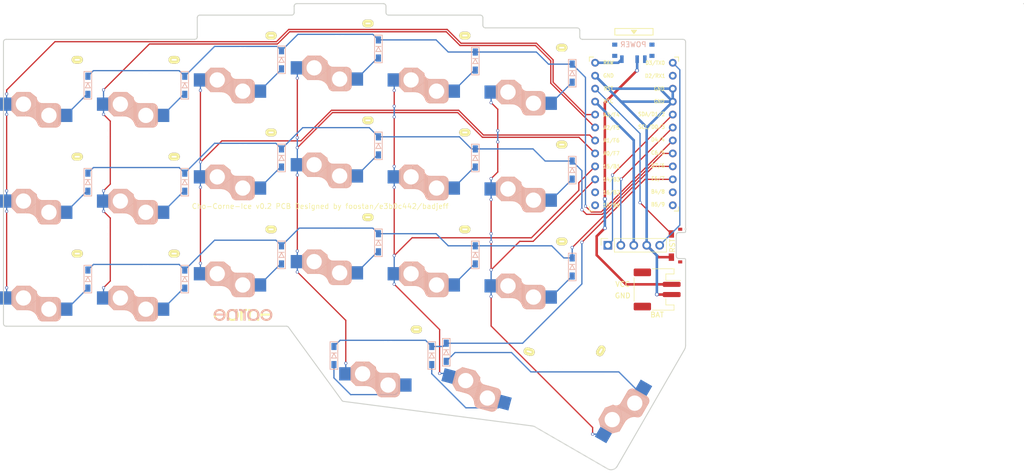
<source format=kicad_pcb>
(kicad_pcb (version 20221018) (generator pcbnew)
  (title_block (title "Cho-Corne-Ice") (date "2022-11-18") (rev "v0.2") (company "foostan/e3b0c442"))
  (layers (0 "F.Cu" signal) (31 "B.Cu" signal) (34 "B.Paste" user) (35 "F.Paste" user) (36 "B.SilkS" user "B.Silkscreen") (37 "F.SilkS" user "F.Silkscreen") (38 "B.Mask" user) (39 "F.Mask" user) (44 "Edge.Cuts" user))
  (net 0 "")
  (net 1 "row0")
  (net 2 "Net-(D1-Pad2)")
  (net 3 "row1")
  (net 4 "Net-(D2-Pad2)")
  (net 5 "row2")
  (net 6 "Net-(D3-Pad2)")
  (net 7 "row3")
  (net 8 "Net-(D4-Pad2)")
  (net 9 "Net-(D5-Pad2)")
  (net 10 "Net-(D6-Pad2)")
  (net 11 "Net-(D7-Pad2)")
  (net 12 "Net-(D8-Pad2)")
  (net 13 "Net-(D9-Pad2)")
  (net 14 "Net-(D10-Pad2)")
  (net 15 "Net-(D11-Pad2)")
  (net 16 "Net-(D12-Pad2)")
  (net 17 "Net-(D13-Pad2)")
  (net 18 "Net-(D14-Pad2)")
  (net 19 "Net-(D15-Pad2)")
  (net 20 "Net-(D16-Pad2)")
  (net 21 "Net-(D17-Pad2)")
  (net 22 "Net-(D18-Pad2)")
  (net 23 "Net-(D19-Pad2)")
  (net 24 "Net-(D20-Pad2)")
  (net 25 "Net-(D21-Pad2)")
  (net 26 "GND")
  (net 27 "VCC")
  (net 28 "col0")
  (net 29 "col1")
  (net 30 "col2")
  (net 31 "col3")
  (net 32 "col4")
  (net 33 "col5")
  (net 34 "RAW")
  (net 35 "reset")
  (net 41 "MOSI")
  (net 42 "SCK")
  (net 43 "CS")
  (net 45 "Net-(J1-Pad1)")
  (footprint "keeblib:alps_sksn" (layer "F.Cu") (at 144.7325 67.205 90)
    (fp_text reference "RSW1" hide)
    (fp_text value "RST")
  )
  (footprint "kbd:ChocV1_V2_Hotswap" (layer "F.Cu") (at 39.1075 35.78)
    (fp_text reference "SW2" hide)
    (fp_text value "SW_PUSH" hide)
  )
  (footprint "kbd:ChocV1_V2_Hotswap" (layer "F.Cu") (at 58.1075 31.03)
    (fp_text reference "SW3" hide)
    (fp_text value "SW_PUSH" hide)
  )
  (footprint "kbd:ChocV1_V2_Hotswap" (layer "F.Cu") (at 77.1075 28.655)
    (fp_text reference "SW4" hide)
    (fp_text value "SW_PUSH" hide)
  )
  (footprint "kbd:ChocV1_V2_Hotswap" (layer "F.Cu") (at 96.1075 31.03)
    (fp_text reference "SW5" hide)
    (fp_text value "SW_PUSH" hide)
  )
  (footprint "kbd:ChocV1_V2_Hotswap" (layer "F.Cu") (at 20.1075 54.78)
    (fp_text reference "SW7" hide)
    (fp_text value "SW_PUSH" hide)
  )
  (footprint "kbd:ChocV1_V2_Hotswap" (layer "F.Cu") (at 39.1075 54.78)
    (fp_text reference "SW8" hide)
    (fp_text value "SW_PUSH" hide)
  )
  (footprint "kbd:ChocV1_V2_Hotswap" (layer "F.Cu") (at 58.1075 50.03)
    (fp_text reference "SW9" hide)
    (fp_text value "SW_PUSH" hide)
  )
  (footprint "kbd:ChocV1_V2_Hotswap" (layer "F.Cu") (at 77.1075 47.655)
    (fp_text reference "SW10" hide)
    (fp_text value "SW_PUSH" hide)
  )
  (footprint "kbd:ChocV1_V2_Hotswap" (layer "F.Cu") (at 96.1075 50.03)
    (fp_text reference "SW11" hide)
    (fp_text value "SW_PUSH" hide)
  )
  (footprint "kbd:ChocV1_V2_Hotswap" (layer "F.Cu") (at 115.1075 52.405)
    (fp_text reference "SW12" hide)
    (fp_text value "SW_PUSH" hide)
  )
  (footprint "kbd:ChocV1_V2_Hotswap" (layer "F.Cu") (at 20.1075 73.78)
    (fp_text reference "SW13" hide)
    (fp_text value "SW_PUSH" hide)
  )
  (footprint "kbd:ChocV1_V2_Hotswap" (layer "F.Cu") (at 39.1075 73.78)
    (fp_text reference "SW14" hide)
    (fp_text value "SW_PUSH" hide)
  )
  (footprint "kbd:ChocV1_V2_Hotswap" (layer "F.Cu") (at 58.1075 69.03)
    (fp_text reference "SW15" hide)
    (fp_text value "SW_PUSH" hide)
  )
  (footprint "kbd:ChocV1_V2_Hotswap" (layer "F.Cu") (at 77.1075 66.655)
    (fp_text reference "SW16" hide)
    (fp_text value "SW_PUSH" hide)
  )
  (footprint "kbd:ChocV1_V2_Hotswap" (layer "F.Cu") (at 96.1075 69.03)
    (fp_text reference "SW17" hide)
    (fp_text value "SW_PUSH" hide)
  )
  (footprint "kbd:ChocV1_V2_Hotswap" (layer "F.Cu") (at 115.1075 71.405)
    (fp_text reference "SW18" hide)
    (fp_text value "SW_PUSH" hide)
  )
  (footprint "kbd:ChocV1_V2_Hotswap" (layer "F.Cu") (at 86.6075 88.655)
    (fp_text reference "SW19" hide)
    (fp_text value "SW_PUSH" hide)
  )
  (footprint "kbd:ChocV1_V2_Hotswap" (layer "F.Cu") (at 107.6075 91.405 -15)
    (fp_text reference "SW20" hide)
    (fp_text value "SW_PUSH" hide)
  )
  (footprint "kbd:ChocV1_V2_Hotswap_1.5u" (layer "F.Cu") (at 129.8575 95.155 60)
    (fp_text reference "SW21" hide)
    (fp_text value "SW_PUSH" hide)
  )
  (footprint "kbd:ChocV1_V2_Hotswap" (layer "F.Cu") (at 20.1075 35.78)
    (fp_text reference "SW1" hide)
    (fp_text value "SW_PUSH" hide)
  )
  (footprint "kbd:M2_HOLE_v2" (layer "F.Cu") (at 105.5755 41.7655)
    (fp_text reference "Ref**" hide)
    (fp_text value "Val**" hide)
  )
  (footprint "kbd:M2_HOLE_v2" (layer "F.Cu") (at 72.7645 81.5205)
    (fp_text reference "Ref**" hide)
    (fp_text value "Val**" hide)
  )
  (footprint "kbd:M2_HOLE_v2" (layer "F.Cu") (at 119.3305 89.135)
    (fp_text reference "Ref**" hide)
    (fp_text value "Val**" hide)
  )
  (footprint "kbd:M2_HOLE_v2" (layer "F.Cu") (at 127.8695 74.254)
    (fp_text reference "Ref**" hide)
    (fp_text value "Val**" hide)
  )
  (footprint "kbd:M2_HOLE_v2" (layer "F.Cu") (at 142.3015 82.775)
    (fp_text reference "Ref**" hide)
    (fp_text value "Val**" hide)
  )
  (footprint "kbd:ChocV1_V2_Hotswap" (layer "F.Cu") (at 115.1075 33.405)
    (fp_text reference "SW6" hide)
    (fp_text value "SW_PUSH" hide)
  )
  (footprint "kbd:M2_HOLE_v2" (layer "F.Cu") (at 27.5195 54.1395)
    (fp_text reference "Ref**" hide)
    (fp_text value "Val**" hide)
  )
  (footprint "kbd:M2_HOLE_v2" (layer "F.Cu") (at 29.6075 45.28)
    (fp_text reference "Ref**" hide)
    (fp_text value "Val**" hide)
  )
  (footprint "kbd:corne-logo-horizontal" (layer "F.Cu") (at 58.2675 80.89)
    (fp_text reference "G***" hide)
    (fp_text value "LOGO" hide)
  )
  (footprint "Connector_JST:JST_PH_S2B-PH-SM4-TB_1x02-1MP_P2.00mm_Horizontal" (layer "F.Cu") (at 139.3605 75.812 -90)
    (fp_text reference "J1" hide)
    (fp_text value "BAT")
  )
  (footprint "Connector_PinSocket_2.54mm:PinSocket_1x05_P2.54mm_Vertical" (layer "F.Cu") (at 129.6985 67.151 90)
    (fp_text reference "J2" hide)
    (fp_text value "nice!view" hide)
  )
  (footprint "kbd:ProMicro_v3" (layer "F.Cu") (at 134.8125 45.84)
    (fp_text reference "U1" hide)
    (fp_text value "nice!nano" hide)
  )
  (footprint "kbd:D3_SMD_v2" (layer "B.Cu") (at 27.7345 35.776875 -90)
    (fp_text reference "D1" hide)
    (fp_text value "D" hide)
  )
  (footprint "kbd:D3_SMD_v2" (layer "B.Cu") (at 46.7345 35.78 -90)
    (fp_text reference "D2" hide)
    (fp_text value "D" hide)
  )
  (footprint "kbd:D3_SMD_v2" (layer "B.Cu") (at 65.7075 30.78 -90)
    (fp_text reference "D3" hide)
    (fp_text value "D" hide)
  )
  (footprint "kbd:D3_SMD_v2" (layer "B.Cu") (at 84.7075 28.655 -90)
    (fp_text reference "D4" hide)
    (fp_text value "D" hide)
  )
  (footprint "kbd:D3_SMD_v2" (layer "B.Cu") (at 103.7075 31.03 -90)
    (fp_text reference "D5" hide)
    (fp_text value "D" hide)
  )
  (footprint "kbd:D3_SMD_v2" (layer "B.Cu") (at 122.7075 33.405 -90)
    (fp_text reference "D6" hide)
    (fp_text value "D" hide)
  )
  (footprint "kbd:D3_SMD_v2" (layer "B.Cu") (at 27.7345 54.776875 -90)
    (fp_text reference "D7" hide)
    (fp_text value "D" hide)
  )
  (footprint "kbd:D3_SMD_v2" (layer "B.Cu") (at 46.7345 54.78 -90)
    (fp_text reference "D8" hide)
    (fp_text value "D" hide)
  )
  (footprint "kbd:D3_SMD_v2" (layer "B.Cu") (at 65.7075 50.03 -90)
    (fp_text reference "D9" hide)
    (fp_text value "D" hide)
  )
  (footprint "kbd:D3_SMD_v2" (layer "B.Cu") (at 84.7075 47.655 -90)
    (fp_text reference "D10" hide)
    (fp_text value "D" hide)
  )
  (footprint "kbd:D3_SMD_v2" (layer "B.Cu") (at 103.7075 50.03 -90)
    (fp_text reference "D11" hide)
    (fp_text value "D" hide)
  )
  (footprint "kbd:D3_SMD_v2" (layer "B.Cu") (at 122.7075 52.405 -90)
    (fp_text reference "D12" hide)
    (fp_text value "D" hide)
  )
  (footprint "kbd:D3_SMD_v2" (layer "B.Cu") (at 27.7345 73.776875 -90)
    (fp_text reference "D13" hide)
    (fp_text value "D" hide)
  )
  (footprint "kbd:D3_SMD_v2" (layer "B.Cu") (at 46.7345 73.78 -90)
    (fp_text reference "D14" hide)
    (fp_text value "D" hide)
  )
  (footprint "kbd:D3_SMD_v2" (layer "B.Cu") (at 65.7075 69.03 -90)
    (fp_text reference "D15" hide)
    (fp_text value "D" hide)
  )
  (footprint "kbd:D3_SMD_v2" (layer "B.Cu") (at 84.7075 66.655 -90)
    (fp_text reference "D16" hide)
    (fp_text value "D" hide)
  )
  (footprint "kbd:D3_SMD_v2" (layer "B.Cu") (at 103.7075 69.03 -90)
    (fp_text reference "D17" hide)
    (fp_text value "D" hide)
  )
  (footprint "kbd:D3_SMD_v2" (layer "B.Cu") (at 122.7075 71.405 -90)
    (fp_text reference "D18" hide)
    (fp_text value "D" hide)
  )
  (footprint "kbd:D3_SMD_v2" (layer "B.Cu") (at 75.9875 88.766 -90)
    (fp_text reference "D19" hide)
    (fp_text value "D" hide)
  )
  (footprint "kbd:D3_SMD_v2" (layer "B.Cu") (at 95.1645 88.765 -90)
    (fp_text reference "D20" hide)
    (fp_text value "D" hide)
  )
  (footprint "kbd:D3_SMD_v2" (layer "B.Cu") (at 98.0075 88.131 -90)
    (fp_text reference "D21" hide)
    (fp_text value "D" hide)
  )
  (footprint "kbd:corne-logo-horizontal" (layer "B.Cu") (at 58.0375 80.89 180)
    (fp_text reference "G***" hide)
    (fp_text value "LOGO" hide)
  )
  (footprint "keeblib:switch_SSSS811101" (layer "B.Cu") (at 134.693787 28.91)
    (fp_text reference "PSW1" hide)
    (fp_text value "POWER")
  )
  (gr_curve (pts (xy 211.204467 19.778068) (xy 211.204467 19.778068) (xy 211.204467 19.778068) (xy 211.204467 19.778068)) (stroke (width 0.2)) (layer "Edge.Cuts"))
  (gr_line (start 11.690499 83.020073) (end 66.690339 83.020073) (stroke (width 0.2)) (layer "Edge.Cuts"))
  (gr_line (start 49.690384 22.020252) (end 67.690335 22.020252) (stroke (width 0.2)) (layer "Edge.Cuts"))
  (gr_curve (pts (xy 124.69017 26.770301) (xy 124.69025 26.770301) (xy 124.690329 26.770301) (xy 124.690408 26.770301)) (stroke (width 0.2)) (layer "Edge.Cuts"))
  (gr_curve (pts (xy 124.190287 26.270179) (xy 124.190227 26.54632) (xy 124.414025 26.770231) (xy 124.69017 26.770301)) (stroke (width 0.2)) (layer "Edge.Cuts"))
  (gr_line (start 67.043905 83.166629) (end 77.586929 97.623789) (stroke (width 0.2)) (layer "Edge.Cuts"))
  (gr_line (start 77.940494 97.770087) (end 114.610944 102.54046) (stroke (width 0.2)) (layer "Edge.Cuts"))
  (gr_curve (pts (xy 129.559583 110.931084) (xy 130.194682 111.359153) (xy 131.056535 111.191314) (xy 131.484604 110.556226)) (stroke (width 0.2)) (layer "Edge.Cuts"))
  (gr_curve (pts (xy 131.484604 110.556226) (xy 131.485636 110.554688) (xy 131.486668 110.55315) (xy 131.4877 110.551612)) (stroke (width 0.2)) (layer "Edge.Cuts"))
  (gr_line (start 131.4877 110.551612) (end 144.713724 87.619245) (stroke (width 0.2)) (layer "Edge.Cuts"))
  (gr_curve (pts (xy 105.190351 24.020247) (xy 105.190421 24.296388) (xy 105.414328 24.52019) (xy 105.690473 24.520121)) (stroke (width 0.2)) (layer "Edge.Cuts"))
  (gr_curve (pts (xy 105.190351 22.520126) (xy 105.190282 22.24408) (xy 104.966524 22.020322) (xy 104.690478 22.020252)) (stroke (width 0.2)) (layer "Edge.Cuts"))
  (gr_curve (pts (xy 86.69028 22.020252) (xy 86.690359 22.020252) (xy 86.690448 22.020252) (xy 86.690528 22.020252)) (stroke (width 0.2)) (layer "Edge.Cuts"))
  (gr_curve (pts (xy 86.190406 21.520126) (xy 86.190337 21.796266) (xy 86.414134 22.020183) (xy 86.69028 22.020252)) (stroke (width 0.2)) (layer "Edge.Cuts"))
  (gr_curve (pts (xy 85.690533 19.770068) (xy 85.690533 19.770068) (xy 85.690533 19.770068) (xy 85.690533 19.770068)) (stroke (width 0.2)) (layer "Edge.Cuts"))
  (gr_curve (pts (xy 86.190406 20.270194) (xy 86.190476 19.994054) (xy 85.966678 19.770137) (xy 85.690533 19.770068)) (stroke (width 0.2)) (layer "Edge.Cuts"))
  (gr_curve (pts (xy 68.190456 20.270189) (xy 68.190456 20.270194) (xy 68.190456 20.270194) (xy 68.190456 20.270194)) (stroke (width 0.2)) (layer "Edge.Cuts"))
  (gr_curve (pts (xy 68.69033 19.770068) (xy 68.414184 19.770137) (xy 68.190387 19.994049) (xy 68.190456 20.270189)) (stroke (width 0.2)) (layer "Edge.Cuts"))
  (gr_curve (pts (xy 68.190456 21.520379) (xy 68.190456 21.520295) (xy 68.190456 21.52021) (xy 68.190456 21.520126)) (stroke (width 0.2)) (layer "Edge.Cuts"))
  (gr_curve (pts (xy 67.690335 22.020252) (xy 67.96648 22.020322) (xy 68.190387 21.796519) (xy 68.190456 21.520379)) (stroke (width 0.2)) (layer "Edge.Cuts"))
  (gr_curve (pts (xy 49.690384 22.020252) (xy 49.414338 22.020322) (xy 49.19058 22.24408) (xy 49.190511 22.520126)) (stroke (width 0.2)) (layer "Edge.Cuts"))
  (gr_curve (pts (xy 49.190511 26.270427) (xy 49.190511 26.270343) (xy 49.190511 26.270264) (xy 49.190511 26.270179)) (stroke (width 0.2)) (layer "Edge.Cuts"))
  (gr_curve (pts (xy 48.690389 26.770301) (xy 48.966535 26.77037) (xy 49.190441 26.546568) (xy 49.190511 26.270427)) (stroke (width 0.2)) (layer "Edge.Cuts"))
  (gr_curve (pts (xy 11.190372 27.270169) (xy 11.190372 27.270174) (xy 11.190372 27.270174) (xy 11.190372 27.270174)) (stroke (width 0.2)) (layer "Edge.Cuts"))
  (gr_curve (pts (xy 11.690499 26.770301) (xy 11.414358 26.770231) (xy 11.190442 26.994029) (xy 11.190372 27.270169)) (stroke (width 0.2)) (layer "Edge.Cuts"))
  (gr_curve (pts (xy 11.690494 83.020073) (xy 11.690499 83.020073) (xy 11.690499 83.020073) (xy 11.690499 83.020073)) (stroke (width 0.2)) (layer "Edge.Cuts"))
  (gr_curve (pts (xy 11.190372 82.5202) (xy 11.190442 82.796345) (xy 11.414353 83.020143) (xy 11.690494 83.020073)) (stroke (width 0.2)) (layer "Edge.Cuts"))
  (gr_line (start 144.439405 26.768525) (end 124.690408 26.770301) (stroke (width 0.2)) (layer "Edge.Cuts"))
  (gr_line (start 68.190456 20.270194) (end 68.18868 21.51835) (stroke (width 0.2)) (layer "Edge.Cuts"))
  (gr_line (start 49.189499 22.519109) (end 49.189499 26.268145) (stroke (width 0.2)) (layer "Edge.Cuts"))
  (gr_curve (pts (xy 124.190287 25.020242) (xy 124.190346 24.744107) (xy 123.966569 24.520195) (xy 123.690423 24.520121)) (stroke (width 0.2)) (layer "Edge.Cuts"))
  (gr_line (start 124.188005 25.018466) (end 124.190287 26.270179) (stroke (width 0.2)) (layer "Edge.Cuts"))
  (gr_line (start 115.2655 102.67) (end 129.559583 110.931084) (stroke (width 0.2)) (layer "Edge.Cuts"))
  (gr_line (start 104.688444 22.018729) (end 86.69028 22.020252) (stroke (width 0.2)) (layer "Edge.Cuts"))
  (gr_line (start 86.189642 21.51835) (end 86.189642 20.268671) (stroke (width 0.2)) (layer "Edge.Cuts"))
  (gr_line (start 85.689263 19.768292) (end 68.68906 19.768292) (stroke (width 0.2)) (layer "Edge.Cuts"))
  (gr_line (start 48.689119 26.768525) (end 11.690499 26.770301) (stroke (width 0.2)) (layer "Edge.Cuts"))
  (gr_line (start 11.190372 27.270174) (end 11.188596 82.51893) (stroke (width 0.2)) (layer "Edge.Cuts"))
  (gr_line (start 144.939784 27.268904) (end 144.939784 64.5) (stroke (width 0.2)) (layer "Edge.Cuts"))
  (gr_curve (pts (xy 144.9403 27.270174) (xy 144.940241 26.994128) (xy 144.716463 26.770365) (xy 144.440417 26.770301)) (stroke (width 0.2)) (layer "Edge.Cuts"))
  (gr_line (start 123.690165 24.518087) (end 105.689203 24.518087) (stroke (width 0.2)) (layer "Edge.Cuts"))
  (gr_line (start 105.188823 24.017707) (end 105.188823 22.519109) (stroke (width 0.2)) (layer "Edge.Cuts"))
  (gr_curve (pts (xy 144.713209 87.617717) (xy 144.865946 87.352585) (xy 144.944388 87.051178) (xy 144.9403 86.745228)) (stroke (width 0.2)) (layer "Edge.Cuts"))
  (gr_curve (pts (xy 77.586929 97.623789) (xy 77.68072 97.717501) (xy 77.807899 97.770126) (xy 77.940494 97.770087)) (stroke (width 0.2)) (layer "Edge.Cuts"))
  (gr_curve (pts (xy 67.043905 83.166629) (xy 66.950153 83.072818) (xy 66.822965 83.020103) (xy 66.690339 83.020073)) (stroke (width 0.2)) (layer "Edge.Cuts"))
  (gr_curve (pts (xy 115.2655 102.67) (xy 115.05207 102.605557) (xy 114.832837 102.562169) (xy 114.610944 102.54046)) (stroke (width 0.2)) (layer "Edge.Cuts"))
  (gr_arc (start 144.7375 69.755) (mid 144.879921 69.813164) (end 144.9395 69.955) (stroke (width 0.2)) (layer "Edge.Cuts"))
  (gr_line (start 143.6075 69.755) (end 144.7375 69.755) (stroke (width 0.2)) (layer "Edge.Cuts"))
  (gr_arc (start 144.9231 63.9756) (mid 144.9231 63.9756) (end 144.9231 63.9756) (stroke (width 0.2)) (layer "Edge.Cuts"))
  (gr_line (start 143.1075 65.155) (end 143.1075 69.255) (stroke (width 0.2)) (layer "Edge.Cuts"))
  (gr_arc (start 143.6075 69.755) (mid 143.253947 69.608553) (end 143.1075 69.255) (stroke (width 0.2)) (layer "Edge.Cuts"))
  (gr_line (start 144.9395 69.955) (end 144.9403 86.745228) (stroke (width 0.2)) (layer "Edge.Cuts"))
  (gr_line (start 143.6075 64.655) (end 144.7375 64.655) (stroke (width 0.2)) (layer "Edge.Cuts"))
  (gr_arc (start 144.9375 64.455) (mid 144.878921 64.596421) (end 144.7375 64.655) (stroke (width 0.2)) (layer "Edge.Cuts"))
  (gr_arc (start 143.1075 65.155) (mid 143.253947 64.801447) (end 143.6075 64.655) (stroke (width 0.2)) (layer "Edge.Cuts"))
  (gr_text "Cho-Corne-Ice v0.2 PCB Designed by foostan/e3b0c442/badjeff" (at 48.0475 59.5) (layer "F.SilkS") (effects (font (size 1 1) (thickness 0.125)) (justify left)))
  (gr_text "GND" (at 132.6075 77.03) (layer "F.SilkS") (effects (font (size 1 1))))
  (gr_text "VCC" (at 132.6075 74.78) (layer "F.SilkS") (effects (font (size 1 1))))
  (segment (start 128.3959 60.63) (end 126.4575 60.63) (width 0.25) (layer "F.Cu") (net 1))
  (segment (start 142.4239 46.602) (end 128.3959 60.63) (width 0.25) (layer "F.Cu") (net 1))
  (segment (start 126.4575 60.63) (end 125.3075 59.48) (width 0.25) (layer "F.Cu") (net 1))
  (via (at 125.3075 59.48) (size 0.6) (drill 0.4) (layers "F.Cu" "B.Cu") (net 1))
  (segment (start 28.831376 32.904999) (end 27.7345 34.001875) (width 0.25) (layer "B.Cu") (net 1))
  (segment (start 118.0575 31.63) (end 115.6825 29.255) (width 0.25) (layer "B.Cu") (net 1))
  (segment (start 96.023366 26.88) (end 84.7075 26.88) (width 0.25) (layer "B.Cu") (net 1))
  (segment (start 45.634499 32.904999) (end 28.831376 32.904999) (width 0.25) (layer "B.Cu") (net 1))
  (segment (start 125.3075 59.48) (end 125.3075 34.23) (width 0.25) (layer "B.Cu") (net 1))
  (segment (start 68.932501 25.779999) (end 65.7075 29.005) (width 0.25) (layer "B.Cu") (net 1))
  (segment (start 103.7075 29.255) (end 98.398366 29.255) (width 0.25) (layer "B.Cu") (net 1))
  (segment (start 64.857499 28.154999) (end 52.584501 28.154999) (width 0.25) (layer "B.Cu") (net 1))
  (segment (start 83.607499 25.779999) (end 68.932501 25.779999) (width 0.25) (layer "B.Cu") (net 1))
  (segment (start 52.584501 28.154999) (end 46.7345 34.005) (width 0.25) (layer "B.Cu") (net 1))
  (segment (start 65.7075 29.005) (end 64.857499 28.154999) (width 0.25) (layer "B.Cu") (net 1))
  (segment (start 122.7075 31.63) (end 118.0575 31.63) (width 0.25) (layer "B.Cu") (net 1))
  (segment (start 84.7075 26.88) (end 83.607499 25.779999) (width 0.25) (layer "B.Cu") (net 1))
  (segment (start 98.398366 29.255) (end 96.023366 26.88) (width 0.25) (layer "B.Cu") (net 1))
  (segment (start 46.7345 34.005) (end 45.634499 32.904999) (width 0.25) (layer "B.Cu") (net 1))
  (segment (start 115.6825 29.255) (end 103.7075 29.255) (width 0.25) (layer "B.Cu") (net 1))
  (segment (start 125.3075 34.23) (end 122.7075 31.63) (width 0.25) (layer "B.Cu") (net 1))
  (segment (start 27.535625 37.551875) (end 23.4075 41.68) (width 0.25) (layer "B.Cu") (net 2))
  (segment (start 27.7345 37.551875) (end 27.535625 37.551875) (width 0.25) (layer "B.Cu") (net 2))
  (segment (start 124.6075 60.18) (end 125.5075 61.08) (width 0.25) (layer "F.Cu") (net 3))
  (segment (start 128.582296 61.08) (end 140.520296 49.142) (width 0.25) (layer "F.Cu") (net 3))
  (segment (start 140.520296 49.142) (end 142.4239 49.142) (width 0.25) (layer "F.Cu") (net 3))
  (segment (start 125.5075 61.08) (end 128.582296 61.08) (width 0.25) (layer "F.Cu") (net 3))
  (via (at 124.6075 60.18) (size 0.6) (drill 0.4) (layers "F.Cu" "B.Cu") (net 3))
  (segment (start 124.6075 60.18) (end 124.6075 52.53) (width 0.25) (layer "B.Cu") (net 3))
  (segment (start 117.398366 50.63) (end 115.023366 48.255) (width 0.25) (layer "B.Cu") (net 3))
  (segment (start 65.7075 48.255) (end 64.607499 47.154999) (width 0.25) (layer "B.Cu") (net 3))
  (segment (start 84.7075 45.88) (end 82.9075 44.08) (width 0.25) (layer "B.Cu") (net 3))
  (segment (start 64.607499 47.154999) (end 52.584501 47.154999) (width 0.25) (layer "B.Cu") (net 3))
  (segment (start 102.9575 48.255) (end 100.5825 45.88) (width 0.25) (layer "B.Cu") (net 3))
  (segment (start 115.023366 48.255) (end 103.7075 48.255) (width 0.25) (layer "B.Cu") (net 3))
  (segment (start 100.5825 45.88) (end 84.7075 45.88) (width 0.25) (layer "B.Cu") (net 3))
  (segment (start 46.7345 53.005) (end 45.634499 51.904999) (width 0.25) (layer "B.Cu") (net 3))
  (segment (start 52.584501 47.154999) (end 46.7345 53.005) (width 0.25) (layer "B.Cu") (net 3))
  (segment (start 45.634499 51.904999) (end 28.831376 51.904999) (width 0.25) (layer "B.Cu") (net 3))
  (segment (start 69.8825 44.08) (end 65.7075 48.255) (width 0.25) (layer "B.Cu") (net 3))
  (segment (start 122.7075 50.63) (end 117.398366 50.63) (width 0.25) (layer "B.Cu") (net 3))
  (segment (start 28.831376 51.904999) (end 27.7345 53.001875) (width 0.25) (layer "B.Cu") (net 3))
  (segment (start 124.6075 52.53) (end 122.7075 50.63) (width 0.25) (layer "B.Cu") (net 3))
  (segment (start 82.9075 44.08) (end 69.8825 44.08) (width 0.25) (layer "B.Cu") (net 3))
  (segment (start 103.7075 48.255) (end 102.9575 48.255) (width 0.25) (layer "B.Cu") (net 3))
  (segment (start 46.5325 37.555) (end 42.4075 41.68) (width 0.25) (layer "B.Cu") (net 4))
  (segment (start 46.7345 37.555) (end 46.5325 37.555) (width 0.25) (layer "B.Cu") (net 4))
  (segment (start 122.718692 67.58) (end 138.616692 51.682) (width 0.25) (layer "F.Cu") (net 5))
  (segment (start 138.616692 51.682) (end 142.4239 51.682) (width 0.25) (layer "F.Cu") (net 5))
  (segment (start 122.7075 67.58) (end 122.718692 67.58) (width 0.25) (layer "F.Cu") (net 5))
  (via (at 122.7075 67.58) (size 0.6) (drill 0.4) (layers "F.Cu" "B.Cu") (net 5))
  (segment (start 45.634499 70.904999) (end 28.831376 70.904999) (width 0.25) (layer "B.Cu") (net 5))
  (segment (start 118.6825 67.255) (end 103.7075 67.255) (width 0.25) (layer "B.Cu") (net 5))
  (segment (start 84.7075 64.88) (end 83.607499 63.779999) (width 0.25) (layer "B.Cu") (net 5))
  (segment (start 121.0575 69.63) (end 118.6825 67.255) (width 0.25) (layer "B.Cu") (net 5))
  (segment (start 103.7075 67.255) (end 98.398366 67.255) (width 0.25) (layer "B.Cu") (net 5))
  (segment (start 64.607499 66.154999) (end 52.584501 66.154999) (width 0.25) (layer "B.Cu") (net 5))
  (segment (start 122.7075 67.58) (end 122.7075 69.63) (width 0.25) (layer "B.Cu") (net 5))
  (segment (start 69.182501 63.779999) (end 65.7075 67.255) (width 0.25) (layer "B.Cu") (net 5))
  (segment (start 28.831376 70.904999) (end 27.7345 72.001875) (width 0.25) (layer "B.Cu") (net 5))
  (segment (start 83.607499 63.779999) (end 69.182501 63.779999) (width 0.25) (layer "B.Cu") (net 5))
  (segment (start 96.023366 64.88) (end 84.7075 64.88) (width 0.25) (layer "B.Cu") (net 5))
  (segment (start 122.7075 69.63) (end 121.0575 69.63) (width 0.25) (layer "B.Cu") (net 5))
  (segment (start 65.7075 67.255) (end 64.607499 66.154999) (width 0.25) (layer "B.Cu") (net 5))
  (segment (start 46.7345 72.005) (end 45.634499 70.904999) (width 0.25) (layer "B.Cu") (net 5))
  (segment (start 52.584501 66.154999) (end 46.7345 72.005) (width 0.25) (layer "B.Cu") (net 5))
  (segment (start 98.398366 67.255) (end 96.023366 64.88) (width 0.25) (layer "B.Cu") (net 5))
  (segment (start 65.7075 32.555) (end 65.7075 32.63) (width 0.25) (layer "B.Cu") (net 6))
  (segment (start 65.7075 32.63) (end 61.4075 36.93) (width 0.25) (layer "B.Cu") (net 6))
  (segment (start 136.9655 54.222) (end 142.4239 54.222) (width 0.25) (layer "F.Cu") (net 7))
  (segment (start 124.604685 66.577185) (end 124.610315 66.577185) (width 0.25) (layer "F.Cu") (net 7))
  (segment (start 124.610315 66.577185) (end 136.9655 54.222) (width 0.25) (layer "F.Cu") (net 7))
  (via (at 124.604685 66.577185) (size 0.6) (drill 0.4) (layers "F.Cu" "B.Cu") (net 7))
  (segment (start 124.6075 66.58) (end 124.6075 74.73) (width 0.25) (layer "B.Cu") (net 7))
  (segment (start 95.1645 86.99) (end 97.3735 86.99) (width 0.25) (layer "B.Cu") (net 7))
  (segment (start 75.9875 86.991) (end 77.198501 85.779999) (width 0.25) (layer "B.Cu") (net 7))
  (segment (start 124.604685 66.577185) (end 124.6075 66.58) (width 0.25) (layer "B.Cu") (net 7))
  (segment (start 93.954499 85.779999) (end 95.1645 86.99) (width 0.25) (layer "B.Cu") (net 7))
  (segment (start 112.9815 86.356) (end 98.0075 86.356) (width 0.25) (layer "B.Cu") (net 7))
  (segment (start 77.198501 85.779999) (end 93.954499 85.779999) (width 0.25) (layer "B.Cu") (net 7))
  (segment (start 124.6075 74.73) (end 112.9815 86.356) (width 0.25) (layer "B.Cu") (net 7))
  (segment (start 97.3735 86.99) (end 98.0075 86.356) (width 0.25) (layer "B.Cu") (net 7))
  (segment (start 84.5325 30.43) (end 80.4075 34.555) (width 0.25) (layer "B.Cu") (net 8))
  (segment (start 84.7075 30.43) (end 84.5325 30.43) (width 0.25) (layer "B.Cu") (net 8))
  (segment (start 103.7075 32.805) (end 103.5325 32.805) (width 0.25) (layer "B.Cu") (net 9))
  (segment (start 103.5325 32.805) (end 99.4075 36.93) (width 0.25) (layer "B.Cu") (net 9))
  (segment (start 122.7075 35.18) (end 118.5825 39.305) (width 0.25) (layer "B.Cu") (net 10))
  (segment (start 118.5825 39.305) (end 118.4075 39.305) (width 0.25) (layer "B.Cu") (net 10))
  (segment (start 27.7345 56.551875) (end 27.535625 56.551875) (width 0.25) (layer "B.Cu") (net 11))
  (segment (start 27.535625 56.551875) (end 23.4075 60.68) (width 0.25) (layer "B.Cu") (net 11))
  (segment (start 46.7345 56.555) (end 46.5325 56.555) (width 0.25) (layer "B.Cu") (net 12))
  (segment (start 46.5325 56.555) (end 42.4075 60.68) (width 0.25) (layer "B.Cu") (net 12))
  (segment (start 65.7075 51.805) (end 65.5325 51.805) (width 0.25) (layer "B.Cu") (net 13))
  (segment (start 65.5325 51.805) (end 61.4075 55.93) (width 0.25) (layer "B.Cu") (net 13))
  (segment (start 84.5325 49.43) (end 80.4075 53.555) (width 0.25) (layer "B.Cu") (net 14))
  (segment (start 84.7075 49.43) (end 84.5325 49.43) (width 0.25) (layer "B.Cu") (net 14))
  (segment (start 103.7075 51.805) (end 103.5325 51.805) (width 0.25) (layer "B.Cu") (net 15))
  (segment (start 103.5325 51.805) (end 99.4075 55.93) (width 0.25) (layer "B.Cu") (net 15))
  (segment (start 122.7075 54.18) (end 118.5825 58.305) (width 0.25) (layer "B.Cu") (net 16))
  (segment (start 118.5825 58.305) (end 118.4075 58.305) (width 0.25) (layer "B.Cu") (net 16))
  (segment (start 23.606375 79.68) (end 23.4075 79.68) (width 0.25) (layer "B.Cu") (net 17))
  (segment (start 27.7345 75.551875) (end 23.606375 79.68) (width 0.25) (layer "B.Cu") (net 17))
  (segment (start 46.7345 75.555) (end 46.5325 75.555) (width 0.25) (layer "B.Cu") (net 18))
  (segment (start 46.5325 75.555) (end 42.4075 79.68) (width 0.25) (layer "B.Cu") (net 18))
  (segment (start 65.5325 70.805) (end 61.4075 74.93) (width 0.25) (layer "B.Cu") (net 19))
  (segment (start 65.7075 70.805) (end 65.5325 70.805) (width 0.25) (layer "B.Cu") (net 19))
  (segment (start 84.5325 68.43) (end 80.4075 72.555) (width 0.25) (layer "B.Cu") (net 20))
  (segment (start 84.7075 68.43) (end 84.5325 68.43) (width 0.25) (layer "B.Cu") (net 20))
  (segment (start 103.7075 70.805) (end 103.5325 70.805) (width 0.25) (layer "B.Cu") (net 21))
  (segment (start 103.5325 70.805) (end 99.4075 74.93) (width 0.25) (layer "B.Cu") (net 21))
  (segment (start 122.7075 73.18) (end 118.5825 77.305) (width 0.25) (layer "B.Cu") (net 22))
  (segment (start 118.5825 77.305) (end 118.4075 77.305) (width 0.25) (layer "B.Cu") (net 22))
  (segment (start 88.032499 96.430001) (end 79.257501 96.430001) (width 0.25) (layer "B.Cu") (net 23))
  (segment (start 79.257501 96.430001) (end 75.9875 93.16) (width 0.25) (layer "B.Cu") (net 23))
  (segment (start 75.9875 93.16) (end 75.9875 90.541) (width 0.25) (layer "B.Cu") (net 23))
  (segment (start 89.9075 94.555) (end 88.032499 96.430001) (width 0.25) (layer "B.Cu") (net 23))
  (segment (start 101.847011 99.019511) (end 95.1645 92.337) (width 0.25) (layer "B.Cu") (net 24))
  (segment (start 108.206577 99.019511) (end 101.847011 99.019511) (width 0.25) (layer "B.Cu") (net 24))
  (segment (start 95.1645 92.337) (end 95.1645 90.54) (width 0.25) (layer "B.Cu") (net 24))
  (segment (start 109.268023 97.958065) (end 108.206577 99.019511) (width 0.25) (layer "B.Cu") (net 24))
  (segment (start 136.61705 95.247116) (end 135.115939 95.247116) (width 0.25) (layer "B.Cu") (net 25))
  (segment (start 135.115939 95.247116) (end 131.848823 91.98) (width 0.25) (layer "B.Cu") (net 25))
  (segment (start 110.8075 88.18) (end 99.7335 88.18) (width 0.25) (layer "B.Cu") (net 25))
  (segment (start 99.7335 88.18) (end 98.0075 89.906) (width 0.25) (layer "B.Cu") (net 25))
  (segment (start 131.848823 91.98) (end 114.6075 91.98) (width 0.25) (layer "B.Cu") (net 25))
  (segment (start 114.6075 91.98) (end 110.8075 88.18) (width 0.25) (layer "B.Cu") (net 25))
  (segment (start 139.3395 76.812) (end 139.3075 76.78) (width 0.5) (layer "F.Cu") (net 26))
  (segment (start 139.6475 69.48) (end 137.3185 67.151) (width 0.5) (layer "F.Cu") (net 26))
  (segment (start 142.1575 69.48) (end 139.6475 69.48) (width 0.5) (layer "F.Cu") (net 26))
  (segment (start 142.2105 76.812) (end 139.3395 76.812) (width 0.5) (layer "F.Cu") (net 26))
  (via (at 139.3075 76.78) (size 0.75) (drill 0.5) (layers "F.Cu" "B.Cu") (net 26))
  (segment (start 137.3075 44.0056) (end 137.4003 44.0056) (width 0.5) (layer "B.Cu") (net 26))
  (segment (start 142.4239 38.982) (end 139.8839 36.442) (width 0.5) (layer "B.Cu") (net 26))
  (segment (start 132.2839 38.982) (end 142.4239 38.982) (width 0.5) (layer "B.Cu") (net 26))
  (segment (start 139.3075 69.14) (end 137.3185 67.151) (width 0.5) (layer "B.Cu") (net 26))
  (segment (start 137.3075 67.14) (end 137.3075 44.0056) (width 0.5) (layer "B.Cu") (net 26))
  (segment (start 129.7439 36.442) (end 139.1695 36.442) (width 0.5) (layer "B.Cu") (net 26))
  (segment (start 139.1695 36.442) (end 142.4239 36.442) (width 0.5) (layer "B.Cu") (net 26))
  (segment (start 127.2039 33.902) (end 132.2839 38.982) (width 0.5) (layer "B.Cu") (net 26))
  (segment (start 137.3075 44.0056) (end 132.2839 38.982) (width 0.5) (layer "B.Cu") (net 26))
  (segment (start 137.3185 67.151) (end 137.3075 67.14) (width 0.5) (layer "B.Cu") (net 26))
  (segment (start 139.8839 36.442) (end 139.1695 36.442) (width 0.5) (layer "B.Cu") (net 26))
  (segment (start 139.3075 76.78) (end 139.3075 69.14) (width 0.5) (layer "B.Cu") (net 26))
  (segment (start 137.4003 44.0056) (end 142.4239 38.982) (width 0.5) (layer "B.Cu") (net 26))
  (segment (start 142.4239 38.982) (end 142.4239 36.442) (width 0.5) (layer "B.Cu") (net 26))
  (segment (start 127.2039 33.902) (end 129.7439 36.442) (width 0.5) (layer "B.Cu") (net 26))
  (segment (start 134.7785 67.151) (end 134.7785 46.5566) (width 0.5) (layer "B.Cu") (net 27))
  (segment (start 134.7785 46.5566) (end 127.2039 38.982) (width 0.5) (layer "B.Cu") (net 27))
  (segment (start 98.193896 24.83) (end 67.121104 24.83) (width 0.25) (layer "F.Cu") (net 28))
  (segment (start 11.8075 60.48) (end 11.8075 75.48) (width 0.25) (layer "F.Cu") (net 28))
  (segment (start 118.9575 35.179204) (end 118.9575 30.793604) (width 0.25) (layer "F.Cu") (net 28))
  (segment (start 11.8075 36.706165) (end 11.8075 37.48) (width 0.25) (layer "F.Cu") (net 28))
  (segment (start 118.9575 30.793604) (end 115.693896 27.53) (width 0.25) (layer "F.Cu") (net 28))
  (segment (start 11.8075 41.48) (end 11.8075 56.48) (width 0.25) (layer "F.Cu") (net 28))
  (segment (start 21.283665 27.23) (end 11.8075 36.706165) (width 0.25) (layer "F.Cu") (net 28))
  (segment (start 64.721104 27.23) (end 21.283665 27.23) (width 0.25) (layer "F.Cu") (net 28))
  (segment (start 67.121104 24.83) (end 64.721104 27.23) (width 0.25) (layer "F.Cu") (net 28))
  (segment (start 127.2039 41.522) (end 125.300296 41.522) (width 0.25) (layer "F.Cu") (net 28))
  (segment (start 115.693896 27.53) (end 100.893896 27.53) (width 0.25) (layer "F.Cu") (net 28))
  (segment (start 125.300296 41.522) (end 118.9575 35.179204) (width 0.25) (layer "F.Cu") (net 28))
  (segment (start 100.893896 27.53) (end 98.193896 24.83) (width 0.25) (layer "F.Cu") (net 28))
  (via (at 11.8075 37.48) (size 0.6) (drill 0.4) (layers "F.Cu" "B.Cu") (net 28))
  (via (at 11.8075 41.48) (size 0.6) (drill 0.4) (layers "F.Cu" "B.Cu") (net 28))
  (via (at 11.8075 56.48) (size 0.6) (drill 0.4) (layers "F.Cu" "B.Cu") (net 28))
  (via (at 11.8075 60.48) (size 0.6) (drill 0.4) (layers "F.Cu" "B.Cu") (net 28))
  (via (at 11.8075 75.48) (size 0.6) (drill 0.4) (layers "F.Cu" "B.Cu") (net 28))
  (segment (start 11.8075 39.48) (end 11.8075 41.48) (width 0.25) (layer "B.Cu") (net 28))
  (segment (start 11.8075 37.48) (end 11.8075 39.48) (width 0.25) (layer "B.Cu") (net 28))
  (segment (start 11.8075 58.48) (end 11.8075 60.48) (width 0.25) (layer "B.Cu") (net 28))
  (segment (start 11.8075 75.48) (end 11.8075 77.48) (width 0.25) (layer "B.Cu") (net 28))
  (segment (start 11.8075 56.48) (end 11.8075 58.48) (width 0.25) (layer "B.Cu") (net 28))
  (segment (start 32.132501 74.154999) (end 30.8075 75.48) (width 0.25) (layer "F.Cu") (net 29))
  (segment (start 32.132501 42.805001) (end 32.132501 55.154999) (width 0.25) (layer "F.Cu") (net 29))
  (segment (start 100.7075 27.98) (end 98.0075 25.28) (width 0.25) (layer "F.Cu") (net 29))
  (segment (start 127.2039 44.062) (end 118.5075 35.3656) (width 0.25) (layer "F.Cu") (net 29))
  (segment (start 67.3075 25.28) (end 64.9075 27.68) (width 0.25) (layer "F.Cu") (net 29))
  (segment (start 30.8075 60.48) (end 32.132501 61.805001) (width 0.25) (layer "F.Cu") (net 29))
  (segment (start 32.132501 61.805001) (end 32.132501 74.154999) (width 0.25) (layer "F.Cu") (net 29))
  (segment (start 118.5075 35.3656) (end 118.5075 30.98) (width 0.25) (layer "F.Cu") (net 29))
  (segment (start 118.5075 30.98) (end 115.5075 27.98) (width 0.25) (layer "F.Cu") (net 29))
  (segment (start 115.5075 27.98) (end 100.7075 27.98) (width 0.25) (layer "F.Cu") (net 29))
  (segment (start 30.8075 41.48) (end 32.132501 42.805001) (width 0.25) (layer "F.Cu") (net 29))
  (segment (start 98.0075 25.28) (end 67.3075 25.28) (width 0.25) (layer "F.Cu") (net 29))
  (segment (start 32.132501 55.154999) (end 30.8075 56.48) (width 0.25) (layer "F.Cu") (net 29))
  (segment (start 39.8075 27.68) (end 30.8075 36.68) (width 0.25) (layer "F.Cu") (net 29))
  (segment (start 64.9075 27.68) (end 39.8075 27.68) (width 0.25) (layer "F.Cu") (net 29))
  (via (at 30.8075 56.48) (size 0.6) (drill 0.4) (layers "F.Cu" "B.Cu") (net 29))
  (via (at 30.8075 60.48) (size 0.6) (drill 0.4) (layers "F.Cu" "B.Cu") (net 29))
  (via (at 30.8075 36.68) (size 0.6) (drill 0.4) (layers "F.Cu" "B.Cu") (net 29))
  (via (at 30.8075 41.48) (size 0.6) (drill 0.4) (layers "F.Cu" "B.Cu") (net 29))
  (via (at 30.8075 75.48) (size 0.6) (drill 0.4) (layers "F.Cu" "B.Cu") (net 29))
  (segment (start 30.8075 58.48) (end 30.8075 60.48) (width 0.25) (layer "B.Cu") (net 29))
  (segment (start 30.8075 75.48) (end 30.8075 77.48) (width 0.25) (layer "B.Cu") (net 29))
  (segment (start 30.8075 36.68) (end 30.8075 39.48) (width 0.25) (layer "B.Cu") (net 29))
  (segment (start 30.8075 39.48) (end 30.8075 41.48) (width 0.25) (layer "B.Cu") (net 29))
  (segment (start 30.8075 56.48) (end 30.8075 58.48) (width 0.25) (layer "B.Cu") (net 29))
  (segment (start 49.8075 55.78) (end 49.8075 70.68) (width 0.25) (layer "F.Cu") (net 30))
  (segment (start 49.825089 50.797589) (end 49.889911 50.797589) (width 0.25) (layer "F.Cu") (net 30))
  (segment (start 49.889911 50.797589) (end 54.0075 46.68) (width 0.25) (layer "F.Cu") (net 30))
  (segment (start 54.0075 46.68) (end 69.5075 46.68) (width 0.25) (layer "F.Cu") (net 30))
  (segment (start 69.5075 46.68) (end 75.5075 40.68) (width 0.25) (layer "F.Cu") (net 30))
  (segment (start 105.293896 45.53) (end 126.1319 45.53) (width 0.25) (layer "F.Cu") (net 30))
  (segment (start 49.8075 50.78) (end 49.825089 50.797589) (width 0.25) (layer "F.Cu") (net 30))
  (segment (start 100.443896 40.68) (end 105.293896 45.53) (width 0.25) (layer "F.Cu") (net 30))
  (segment (start 49.8075 36.78) (end 49.8075 50.78) (width 0.25) (layer "F.Cu") (net 30))
  (segment (start 75.5075 40.68) (end 100.443896 40.68) (width 0.25) (layer "F.Cu") (net 30))
  (segment (start 126.1319 45.53) (end 127.2039 46.602) (width 0.25) (layer "F.Cu") (net 30))
  (via (at 49.825089 50.797589) (size 0.6) (drill 0.4) (layers "F.Cu" "B.Cu") (net 30))
  (via (at 49.8075 55.78) (size 0.6) (drill 0.4) (layers "F.Cu" "B.Cu") (net 30))
  (via (at 49.8075 70.68) (size 0.6) (drill 0.4) (layers "F.Cu" "B.Cu") (net 30))
  (via (at 49.8075 36.78) (size 0.6) (drill 0.4) (layers "F.Cu" "B.Cu") (net 30))
  (segment (start 49.825089 50.797589) (end 49.8075 50.815178) (width 0.25) (layer "B.Cu") (net 30))
  (segment (start 49.8075 53.73) (end 49.8075 55.78) (width 0.25) (layer "B.Cu") (net 30))
  (segment (start 49.8075 34.73) (end 49.8075 36.78) (width 0.25) (layer "B.Cu") (net 30))
  (segment (start 49.8075 70.68) (end 49.8075 72.73) (width 0.25) (layer "B.Cu") (net 30))
  (segment (start 49.8075 50.815178) (end 49.8075 53.73) (width 0.25) (layer "B.Cu") (net 30))
  (segment (start 68.8075 46.0555) (end 68.8075 34.38) (width 0.25) (layer "F.Cu") (net 31))
  (segment (start 100.2575 41.13) (end 105.1075 45.98) (width 0.25) (layer "F.Cu") (net 31))
  (segment (start 75.693896 41.13) (end 100.2575 41.13) (width 0.25) (layer "F.Cu") (net 31))
  (segment (start 124.0419 45.98) (end 127.2039 49.142) (width 0.25) (layer "F.Cu") (net 31))
  (segment (start 68.8075 72.38) (end 78.3075 81.88) (width 0.25) (layer "F.Cu") (net 31))
  (segment (start 68.8075 48.016396) (end 75.693896 41.13) (width 0.25) (layer "F.Cu") (net 31))
  (segment (start 105.1075 45.98) (end 124.0419 45.98) (width 0.25) (layer "F.Cu") (net 31))
  (segment (start 68.8075 53.38) (end 68.8075 68.28) (width 0.25) (layer "F.Cu") (net 31))
  (segment (start 78.3075 81.88) (end 78.3075 90.28) (width 0.25) (layer "F.Cu") (net 31))
  (via (at 68.8075 72.38) (size 0.6) (drill 0.4) (layers "F.Cu" "B.Cu") (net 31))
  (via (at 68.8075 48.016396) (size 0.6) (drill 0.4) (layers "F.Cu" "B.Cu") (net 31))
  (via (at 68.8075 34.38) (size 0.6) (drill 0.4) (layers "F.Cu" "B.Cu") (net 31))
  (via (at 68.8075 46.0555) (size 0.6) (drill 0.4) (layers "F.Cu" "B.Cu") (net 31))
  (via (at 78.3075 90.28) (size 0.6) (drill 0.4) (layers "F.Cu" "B.Cu") (net 31))
  (via (at 68.8075 53.38) (size 0.6) (drill 0.4) (layers "F.Cu" "B.Cu") (net 31))
  (via (at 68.8075 68.28) (size 0.6) (drill 0.4) (layers "F.Cu" "B.Cu") (net 31))
  (segment (start 68.8075 51.355) (end 68.8075 48.016396) (width 0.25) (layer "B.Cu") (net 31))
  (segment (start 68.8075 32.355) (end 68.8075 34.38) (width 0.25) (layer "B.Cu") (net 31))
  (segment (start 68.8075 68.28) (end 68.8075 70.355) (width 0.25) (layer "B.Cu") (net 31))
  (segment (start 68.8075 48.016396) (end 68.8075 46.0555) (width 0.25) (layer "B.Cu") (net 31))
  (segment (start 68.8075 70.355) (end 68.8075 72.38) (width 0.25) (layer "B.Cu") (net 31))
  (segment (start 78.3075 90.28) (end 78.3075 92.355) (width 0.25) (layer "B.Cu") (net 31))
  (segment (start 68.8075 51.355) (end 68.8075 53.38) (width 0.25) (layer "B.Cu") (net 31))
  (segment (start 124.0075 54.8784) (end 127.2039 51.682) (width 0.25) (layer "F.Cu") (net 32))
  (segment (start 114.7075 65.68) (end 124.0075 56.38) (width 0.25) (layer "F.Cu") (net 32))
  (segment (start 87.8075 36.78) (end 87.8075 39.88) (width 0.25) (layer "F.Cu") (net 32))
  (segment (start 87.8075 55.78) (end 87.8075 69.18) (width 0.25) (layer "F.Cu") (net 32))
  (segment (start 87.8075 69.18) (end 91.3075 65.68) (width 0.25) (layer "F.Cu") (net 32))
  (segment (start 87.8075 41.98) (end 87.8075 51.68) (width 0.25) (layer "F.Cu") (net 32))
  (segment (start 96.7075 83.68) (end 96.7075 92.28) (width 0.25) (layer "F.Cu") (net 32))
  (segment (start 91.3075 65.68) (end 114.7075 65.68) (width 0.25) (layer "F.Cu") (net 32))
  (segment (start 124.0075 56.38) (end 124.0075 54.8784) (width 0.25) (layer "F.Cu") (net 32))
  (segment (start 87.8075 74.78) (end 96.7075 83.68) (width 0.25) (layer "F.Cu") (net 32))
  (via (at 87.8075 36.78) (size 0.6) (drill 0.4) (layers "F.Cu" "B.Cu") (net 32))
  (via (at 87.8075 74.78) (size 0.6) (drill 0.4) (layers "F.Cu" "B.Cu") (net 32))
  (via (at 87.8075 55.78) (size 0.6) (drill 0.4) (layers "F.Cu" "B.Cu") (net 32))
  (via (at 96.7075 92.28) (size 0.6) (drill 0.4) (layers "F.Cu" "B.Cu") (net 32))
  (via (at 87.8075 39.88) (size 0.6) (drill 0.4) (layers "F.Cu" "B.Cu") (net 32))
  (via (at 87.8075 51.68) (size 0.6) (drill 0.4) (layers "F.Cu" "B.Cu") (net 32))
  (via (at 87.8075 69.18) (size 0.6) (drill 0.4) (layers "F.Cu" "B.Cu") (net 32))
  (via (at 87.8075 41.98) (size 0.6) (drill 0.4) (layers "F.Cu" "B.Cu") (net 32))
  (segment (start 98.081958 92.28) (end 98.632685 92.830727) (width 0.25) (layer "B.Cu") (net 32))
  (segment (start 87.8075 53.73) (end 87.8075 55.78) (width 0.25) (layer "B.Cu") (net 32))
  (segment (start 87.8075 51.68) (end 87.8075 53.73) (width 0.25) (layer "B.Cu") (net 32))
  (segment (start 87.8075 72.73) (end 87.8075 74.78) (width 0.25) (layer "B.Cu") (net 32))
  (segment (start 96.7075 92.28) (end 98.081958 92.28) (width 0.25) (layer "B.Cu") (net 32))
  (segment (start 87.8075 34.73) (end 87.8075 36.78) (width 0.25) (layer "B.Cu") (net 32))
  (segment (start 87.8075 39.88) (end 87.8075 41.98) (width 0.25) (layer "B.Cu") (net 32))
  (segment (start 87.8075 69.18) (end 87.8075 72.73) (width 0.25) (layer "B.Cu") (net 32))
  (segment (start 108.1075 40.48) (end 108.1075 44.68) (width 0.25) (layer "F.Cu") (net 33))
  (segment (start 106.8075 77.18) (end 106.8075 82.98) (width 0.25) (layer "F.Cu") (net 33))
  (segment (start 106.8075 66.48) (end 106.8075 71.98) (width 0.25) (layer "F.Cu") (net 33))
  (segment (start 106.8075 39.18) (end 108.100501 40.473001) (width 0.25) (layer "F.Cu") (net 33))
  (segment (start 106.8075 82.98) (end 126.7075 102.88) (width 0.25) (layer "F.Cu") (net 33))
  (segment (start 126.7075 102.88) (end 126.7075 104.18) (width 0.25) (layer "F.Cu") (net 33))
  (segment (start 115.0459 66.38) (end 127.2039 54.222) (width 0.25) (layer "F.Cu") (net 33))
  (segment (start 106.8075 58.18) (end 106.8075 64.88) (width 0.25) (layer "F.Cu") (net 33))
  (segment (start 108.1075 46.88) (end 108.1075 52.78) (width 0.25) (layer "F.Cu") (net 33))
  (segment (start 108.1075 52.78) (end 106.8075 54.08) (width 0.25) (layer "F.Cu") (net 33))
  (segment (start 108.100501 40.473001) (end 108.1075 40.48) (width 0.25) (layer "F.Cu") (net 33))
  (segment (start 112.4075 66.38) (end 115.0459 66.38) (width 0.25) (layer "F.Cu") (net 33))
  (segment (start 106.8075 71.98) (end 112.4075 66.38) (width 0.25) (layer "F.Cu") (net 33))
  (via (at 108.1075 46.88) (size 0.6) (drill 0.4) (layers "F.Cu" "B.Cu") (net 33))
  (via (at 106.8075 58.18) (size 0.6) (drill 0.4) (layers "F.Cu" "B.Cu") (net 33))
  (via (at 106.8075 77.18) (size 0.6) (drill 0.4) (layers "F.Cu" "B.Cu") (net 33))
  (via (at 108.1075 44.68) (size 0.6) (drill 0.4) (layers "F.Cu" "B.Cu") (net 33))
  (via (at 106.8075 54.08) (size 0.6) (drill 0.4) (layers "F.Cu" "B.Cu") (net 33))
  (via (at 106.8075 66.48) (size 0.6) (drill 0.4) (layers "F.Cu" "B.Cu") (net 33))
  (via (at 106.8075 39.18) (size 0.6) (drill 0.4) (layers "F.Cu" "B.Cu") (net 33))
  (via (at 106.8075 64.88) (size 0.6) (drill 0.4) (layers "F.Cu" "B.Cu") (net 33))
  (via (at 126.7075 104.18) (size 0.6) (drill 0.4) (layers "F.Cu" "B.Cu") (net 33))
  (via (at 106.8075 71.98) (size 0.6) (drill 0.4) (layers "F.Cu" "B.Cu") (net 33))
  (segment (start 126.7075 104.18) (end 128.898783 104.18) (width 0.25) (layer "B.Cu") (net 33))
  (segment (start 106.8075 37.105) (end 106.8075 39.18) (width 0.25) (layer "B.Cu") (net 33))
  (segment (start 106.8075 54.08) (end 106.8075 56.105) (width 0.25) (layer "B.Cu") (net 33))
  (segment (start 128.898783 104.18) (end 128.911794 104.193011) (width 0.25) (layer "B.Cu") (net 33))
  (segment (start 108.1075 44.68) (end 108.1075 46.88) (width 0.25) (layer "B.Cu") (net 33))
  (segment (start 106.8075 64.88) (end 106.8075 66.48) (width 0.25) (layer "B.Cu") (net 33))
  (segment (start 106.8075 56.105) (end 106.8075 58.18) (width 0.25) (layer "B.Cu") (net 33))
  (segment (start 106.8075 71.98) (end 106.8075 75.105) (width 0.25) (layer "B.Cu") (net 33))
  (segment (start 106.8075 75.105) (end 106.8075 77.18) (width 0.25) (layer "B.Cu") (net 33))
  (segment (start 131.741787 31.362) (end 132.443787 30.66) (width 0.5) (layer "B.Cu") (net 34))
  (segment (start 127.2039 31.362) (end 131.741787 31.362) (width 0.5) (layer "B.Cu") (net 34))
  (segment (start 142.1575 64.93) (end 136.0075 58.78) (width 0.25) (layer "F.Cu") (net 35))
  (via (at 136.0075 58.78) (size 0.6) (drill 0.4) (layers "F.Cu" "B.Cu") (net 35))
  (segment (start 136.0075 45.2456) (end 127.2039 36.442) (width 0.25) (layer "B.Cu") (net 35))
  (segment (start 136.0075 58.78) (end 136.0075 45.2456) (width 0.25) (layer "B.Cu") (net 35))
  (segment (start 142.4239 41.522) (end 130.6075 53.3384) (width 0.25) (layer "F.Cu") (net 41))
  (segment (start 130.6075 53.3384) (end 130.6075 53.38) (width 0.25) (layer "F.Cu") (net 41))
  (via (at 130.6075 53.38) (size 0.6) (drill 0.4) (layers "F.Cu" "B.Cu") (net 41))
  (segment (start 130.6075 53.38) (end 130.6075 66.242) (width 0.25) (layer "B.Cu") (net 41))
  (segment (start 130.6075 66.242) (end 129.6985 67.151) (width 0.25) (layer "B.Cu") (net 41))
  (segment (start 132.3075 54.1784) (end 142.4239 44.062) (width 0.25) (layer "F.Cu") (net 42))
  (segment (start 132.3075 54.18) (end 132.3075 54.1784) (width 0.25) (layer "F.Cu") (net 42))
  (via (at 132.3075 54.18) (size 0.6) (drill 0.4) (layers "F.Cu" "B.Cu") (net 42))
  (segment (start 132.3075 54.18) (end 132.2385 54.249) (width 0.25) (layer "B.Cu") (net 42))
  (segment (start 132.2385 54.249) (end 132.2385 67.151) (width 0.25) (layer "B.Cu") (net 42))
  (segment (start 143.8109 32.749) (end 142.4239 31.362) (width 0.25) (layer "B.Cu") (net 43))
  (segment (start 139.8585 67.151) (end 143.8109 63.1986) (width 0.25) (layer "B.Cu") (net 43))
  (segment (start 143.8109 63.1986) (end 143.8109 32.749) (width 0.25) (layer "B.Cu") (net 43))
  (segment (start 133.2395 74.812) (end 142.2105 74.812) (width 0.5) (layer "F.Cu") (net 45))
  (segment (start 127.5075 69.08) (end 133.2395 74.812) (width 0.5) (layer "F.Cu") (net 45))
  (segment (start 135.4075 32.88) (end 129.1075 39.18) (width 0.5) (layer "F.Cu") (net 45))
  (segment (start 129.1075 39.18) (end 129.1075 58.08) (width 0.5) (layer "F.Cu") (net 45))
  (segment (start 127.5075 65.38) (end 127.5075 69.08) (width 0.5) (layer "F.Cu") (net 45))
  (segment (start 129.1075 63.78) (end 127.5075 65.38) (width 0.5) (layer "F.Cu") (net 45))
  (via (at 135.4075 32.88) (size 0.75) (drill 0.5) (layers "F.Cu" "B.Cu") (net 45))
  (via (at 129.1075 63.78) (size 0.75) (drill 0.5) (layers "F.Cu" "B.Cu") (net 45))
  (via (at 129.1075 58.08) (size 0.75) (drill 0.5) (layers "F.Cu" "B.Cu") (net 45))
  (segment (start 135.443787 30.66) (end 135.443787 32.843713) (width 0.5) (layer "B.Cu") (net 45))
  (segment (start 129.1075 58.08) (end 129.1075 63.78) (width 0.5) (layer "B.Cu") (net 45))
  (segment (start 135.443787 32.843713) (end 135.4075 32.88) (width 0.5) (layer "B.Cu") (net 45))
)
</source>
